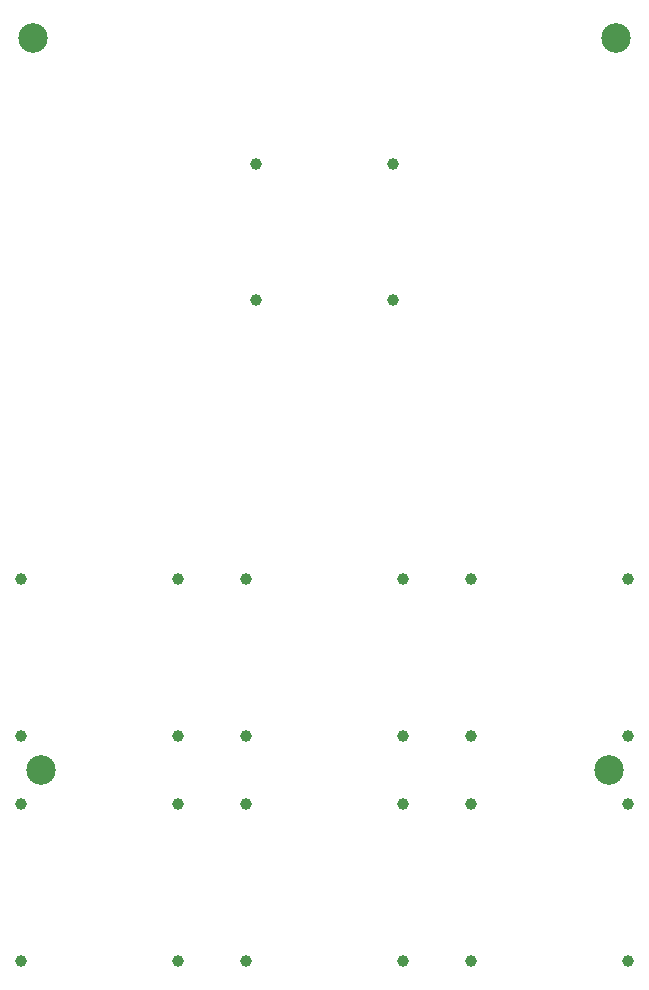
<source format=gts>
%TF.GenerationSoftware,KiCad,Pcbnew,(6.0.1)*%
%TF.CreationDate,2022-02-26T21:44:39+01:00*%
%TF.ProjectId,LBS6_Front_Plate,4c425336-5f46-4726-9f6e-745f506c6174,v1.1*%
%TF.SameCoordinates,Original*%
%TF.FileFunction,Soldermask,Top*%
%TF.FilePolarity,Negative*%
%FSLAX46Y46*%
G04 Gerber Fmt 4.6, Leading zero omitted, Abs format (unit mm)*
G04 Created by KiCad (PCBNEW (6.0.1)) date 2022-02-26 21:44:39*
%MOMM*%
%LPD*%
G01*
G04 APERTURE LIST*
%ADD10C,1.000000*%
%ADD11C,2.500000*%
G04 APERTURE END LIST*
D10*
X84591400Y-109788600D03*
X97848600Y-96531400D03*
X97848600Y-109788600D03*
X84591400Y-96531400D03*
X103641400Y-96531400D03*
X116898600Y-109788600D03*
X103641400Y-109788600D03*
X116898600Y-96531400D03*
X122691400Y-96531400D03*
X122691400Y-109788600D03*
X135948600Y-96531400D03*
X135948600Y-109788600D03*
X84591400Y-128838600D03*
X97848600Y-115581400D03*
X84591400Y-115581400D03*
X97848600Y-128838600D03*
X116898600Y-115581400D03*
X103641400Y-128838600D03*
X103641400Y-115581400D03*
X116898600Y-128838600D03*
X122691400Y-115581400D03*
X135948600Y-128838600D03*
X135948600Y-115581400D03*
X122691400Y-128838600D03*
X116048600Y-61381400D03*
X116048600Y-72938600D03*
X104491400Y-61381400D03*
X104491400Y-72938600D03*
D11*
X86220000Y-112685000D03*
X134320000Y-112685000D03*
X134940000Y-50730000D03*
X85600000Y-50730000D03*
M02*

</source>
